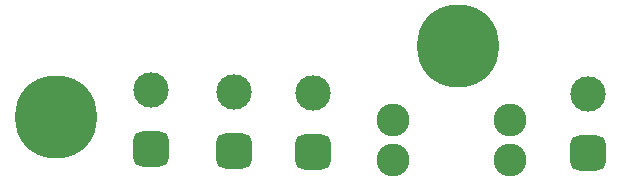
<source format=gbr>
%TF.GenerationSoftware,KiCad,Pcbnew,8.0.5*%
%TF.CreationDate,2024-12-04T12:21:55-05:00*%
%TF.ProjectId,RailsidePDB,5261696c-7369-4646-9550-44422e6b6963,rev?*%
%TF.SameCoordinates,Original*%
%TF.FileFunction,Soldermask,Bot*%
%TF.FilePolarity,Negative*%
%FSLAX46Y46*%
G04 Gerber Fmt 4.6, Leading zero omitted, Abs format (unit mm)*
G04 Created by KiCad (PCBNEW 8.0.5) date 2024-12-04 12:21:55*
%MOMM*%
%LPD*%
G01*
G04 APERTURE LIST*
G04 Aperture macros list*
%AMRoundRect*
0 Rectangle with rounded corners*
0 $1 Rounding radius*
0 $2 $3 $4 $5 $6 $7 $8 $9 X,Y pos of 4 corners*
0 Add a 4 corners polygon primitive as box body*
4,1,4,$2,$3,$4,$5,$6,$7,$8,$9,$2,$3,0*
0 Add four circle primitives for the rounded corners*
1,1,$1+$1,$2,$3*
1,1,$1+$1,$4,$5*
1,1,$1+$1,$6,$7*
1,1,$1+$1,$8,$9*
0 Add four rect primitives between the rounded corners*
20,1,$1+$1,$2,$3,$4,$5,0*
20,1,$1+$1,$4,$5,$6,$7,0*
20,1,$1+$1,$6,$7,$8,$9,0*
20,1,$1+$1,$8,$9,$2,$3,0*%
G04 Aperture macros list end*
%ADD10O,7.000000X7.000000*%
%ADD11RoundRect,0.750000X0.750000X-0.750000X0.750000X0.750000X-0.750000X0.750000X-0.750000X-0.750000X0*%
%ADD12C,3.000000*%
%ADD13C,2.780000*%
G04 APERTURE END LIST*
D10*
%TO.C,*%
X63500000Y-73000000D03*
%TD*%
D11*
%TO.C,BT2*%
X78600000Y-75950000D03*
D12*
X78600000Y-70950000D03*
%TD*%
D10*
%TO.C,*%
X97500000Y-67000000D03*
%TD*%
D11*
%TO.C,BT3*%
X71575000Y-75775000D03*
D12*
X71575000Y-70775000D03*
%TD*%
D11*
%TO.C,BT4*%
X108500000Y-76110000D03*
D12*
X108500000Y-71110000D03*
%TD*%
D13*
%TO.C,Fuse*%
X92040000Y-73300000D03*
X92040000Y-76700000D03*
X101960000Y-73300000D03*
X101960000Y-76700000D03*
%TD*%
D11*
%TO.C,BT1*%
X85250000Y-76000000D03*
D12*
X85250000Y-71000000D03*
%TD*%
M02*

</source>
